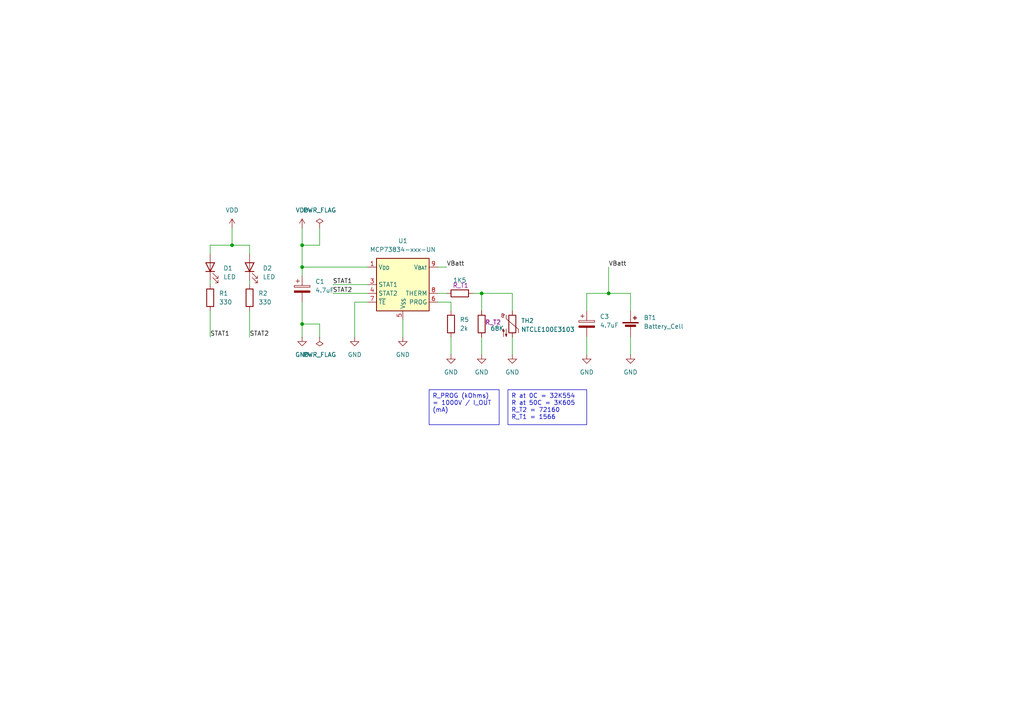
<source format=kicad_sch>
(kicad_sch (version 20250114) (generator "eeschema") (generator_version "9.0")
  (paper "A4")
  (title_block (title "MCP73834 Test") (date "2024-08-15") (rev "v1"))
  (lib_symbols
    (symbol "Components:MCP73834-xxx-UN"
      (property "Reference" "U" (at -6.35 8.89 0))
      (property "Value" "MCP73834-xxx-UN" (at 10.16 8.89 0))
      (symbol "MCP73834-xxx-UN_1_1"
        (rectangle (start -7.62 7.62) (end 7.62 -7.62) (stroke (width 0.254)) (fill (type background)))
        (pin power_in line (at -10.16 5.08 0) (length 2.54) (name "V_{DD}") (number "1"))
        (pin passive line (at -10.16 5.08 0) (length 2.54) (hide yes) (name "V_{DD}") (number "2"))
        (pin open_collector line (at -10.16 0 0) (length 2.54) (name "STAT1") (number "3"))
        (pin open_collector line (at -10.16 -2.54 0) (length 2.54) (name "STAT2") (number "4"))
        (pin input line (at -10.16 -5.08 0) (length 2.54) (name "~{TE}") (number "7"))
        (pin power_in line (at 0 -10.16 90) (length 2.54) (name "V_{SS}") (number "5"))
        (pin passive line (at 10.16 5.08 180) (length 2.54) (hide yes) (name "V_{BAT}") (number "10"))
        (pin power_out line (at 10.16 5.08 180) (length 2.54) (name "V_{BAT}") (number "9"))
        (pin passive line (at 10.16 -2.54 180) (length 2.54) (name "THERM") (number "8"))
        (pin input line (at 10.16 -5.08 180) (length 2.54) (name "PROG") (number "6"))
      )
    )
    (symbol "Device:Battery_Cell" (pin_numbers (hide yes)) (pin_names (offset 0) (hide yes))
      (property "Reference" "BT" (at 2.54 2.54 0))
      (property "Value" "Battery_Cell" (at 2.54 0 0))
      (symbol "Battery_Cell_0_1"
        (rectangle (start -2.286 1.778) (end 2.286 1.524) (fill (type outline)))
        (rectangle (start -1.524 1.016) (end 1.524 0.508) (fill (type outline)))
        (polyline (pts (xy 0 1.778) (xy 0 2.54)))
        (polyline (pts (xy 0 0.762) (xy 0 0)))
        (polyline (pts (xy 0.762 3.048) (xy 1.778 3.048)) (stroke (width 0.254)))
        (polyline (pts (xy 1.27 3.556) (xy 1.27 2.54)) (stroke (width 0.254)))
      )
      (symbol "Battery_Cell_1_1"
        (pin passive line (at 0 5.08 270) (length 2.54) (name "+") (number "1"))
        (pin passive line (at 0 -2.54 90) (length 2.54) (name "-") (number "2"))
      )
    )
    (symbol "Device:C_Polarized" (pin_numbers (hide yes)) (pin_names (offset 0.254))
      (property "Reference" "C" (at 0.635 2.54 0))
      (property "Value" "C_Polarized" (at 0.635 -2.54 0))
      (symbol "C_Polarized_0_1"
        (rectangle (start -2.286 0.508) (end 2.286 1.016))
        (polyline (pts (xy -1.778 2.286) (xy -0.762 2.286)))
        (polyline (pts (xy -1.27 2.794) (xy -1.27 1.778)))
        (rectangle (start 2.286 -0.508) (end -2.286 -1.016) (fill (type outline)))
      )
      (symbol "C_Polarized_1_1"
        (pin passive line (at 0 3.81 270) (length 2.794) (name "~") (number "1"))
        (pin passive line (at 0 -3.81 90) (length 2.794) (name "~") (number "2"))
      )
    )
    (symbol "Device:LED" (pin_numbers (hide yes)) (pin_names (offset 1.016) (hide yes))
      (property "Reference" "D" (at 0 2.54 0))
      (property "Value" "LED" (at 0 -2.54 0))
      (symbol "LED_0_1"
        (polyline (pts (xy -3.048 -0.762) (xy -4.572 -2.286) (xy -3.81 -2.286) (xy -4.572 -2.286) (xy -4.572 -1.524)))
        (polyline (pts (xy -1.778 -0.762) (xy -3.302 -2.286) (xy -2.54 -2.286) (xy -3.302 -2.286) (xy -3.302 -1.524)))
        (polyline (pts (xy -1.27 0) (xy 1.27 0)))
        (polyline (pts (xy -1.27 -1.27) (xy -1.27 1.27)) (stroke (width 0.254)))
        (polyline (pts (xy 1.27 -1.27) (xy 1.27 1.27) (xy -1.27 0) (xy 1.27 -1.27)) (stroke (width 0.254)))
      )
      (symbol "LED_1_1"
        (pin passive line (at -3.81 0 0) (length 2.54) (name "K") (number "1"))
        (pin passive line (at 3.81 0 180) (length 2.54) (name "A") (number "2"))
      )
    )
    (symbol "Device:R" (pin_numbers (hide yes)) (pin_names (offset 0))
      (property "Reference" "R" (at 2.032 0 90))
      (property "Value" "R" (at 0 0 90))
      (symbol "R_0_1"
        (rectangle (start -1.016 -2.54) (end 1.016 2.54) (stroke (width 0.254)))
      )
      (symbol "R_1_1"
        (pin passive line (at 0 3.81 270) (length 1.27) (name "~") (number "1"))
        (pin passive line (at 0 -3.81 90) (length 1.27) (name "~") (number "2"))
      )
    )
    (symbol "Device:Thermistor_NTC" (pin_numbers (hide yes)) (pin_names (offset 0))
      (property "Reference" "TH" (at -4.445 0 90))
      (property "Value" "Thermistor_NTC" (at 3.175 0 90))
      (symbol "Thermistor_NTC_0_1"
        (arc (start -3.175 2.413) (mid -3.0506 2.3165) (end -3.048 2.159))
        (arc (start -3.048 2.794) (mid -2.9736 2.9736) (end -2.794 3.048))
        (arc (start -2.794 3.048) (mid -2.6144 2.9736) (end -2.54 2.794))
        (arc (start -2.794 2.54) (mid -2.9736 2.6144) (end -3.048 2.794))
        (arc (start -2.794 1.905) (mid -2.9736 1.9794) (end -3.048 2.159))
        (arc (start -2.54 2.159) (mid -2.6144 1.9794) (end -2.794 1.905))
        (arc (start -2.159 2.794) (mid -2.434 2.5608) (end -2.794 2.54))
        (polyline (pts (xy -2.54 2.159) (xy -2.54 2.794)))
        (polyline (pts (xy -2.54 -3.683) (xy -2.54 -1.397) (xy -2.794 -2.159) (xy -2.286 -2.159) (xy -2.54 -1.397) (xy -2.54 -1.651)) (fill (type outline)))
        (polyline (pts (xy -1.778 2.54) (xy -1.778 1.524) (xy 1.778 -1.524) (xy 1.778 -2.54)))
        (polyline (pts (xy -1.778 -1.397) (xy -1.778 -3.683) (xy -2.032 -2.921) (xy -1.524 -2.921) (xy -1.778 -3.683) (xy -1.778 -3.429)) (fill (type outline)))
        (rectangle (start -1.016 2.54) (end 1.016 -2.54) (stroke (width 0.254)))
      )
      (symbol "Thermistor_NTC_1_1"
        (pin passive line (at 0 3.81 270) (length 1.27) (name "~") (number "1"))
        (pin passive line (at 0 -3.81 90) (length 1.27) (name "~") (number "2"))
      )
    )
    (symbol "power:GND" (power) (pin_numbers (hide yes)) (pin_names (offset 0) (hide yes))
      (property "Value" "GND" (at 0 -3.81 0))
      (symbol "GND_0_1"
        (polyline (pts (xy 0 0) (xy 0 -1.27) (xy 1.27 -1.27) (xy 0 -2.54) (xy -1.27 -1.27) (xy 0 -1.27)))
      )
      (symbol "GND_1_1"
        (pin power_in line (at 0 0 270) (length 0) (name "~") (number "1"))
      )
    )
    (symbol "power:PWR_FLAG" (power) (pin_numbers (hide yes)) (pin_names (offset 0) (hide yes))
      (property "Value" "PWR_FLAG" (at 0 3.81 0))
      (symbol "PWR_FLAG_0_0"
        (pin power_out line (at 0 0 90) (length 0) (name "~") (number "1"))
      )
      (symbol "PWR_FLAG_0_1"
        (polyline (pts (xy 0 0) (xy 0 1.27) (xy -1.016 1.905) (xy 0 2.54) (xy 1.016 1.905) (xy 0 1.27)))
      )
    )
    (symbol "power:VDD" (power) (pin_numbers (hide yes)) (pin_names (offset 0) (hide yes))
      (property "Value" "VDD" (at 0 3.556 0))
      (symbol "VDD_0_1"
        (polyline (pts (xy -0.762 1.27) (xy 0 2.54)))
        (polyline (pts (xy 0 2.54) (xy 0.762 1.27)))
        (polyline (pts (xy 0 0) (xy 0 2.54)))
      )
      (symbol "VDD_1_1"
        (pin power_in line (at 0 0 90) (length 0) (name "~") (number "1"))
      )
    )
  )
  (text_box "R_PROG (kOhms) = 1000V / I_OUT (mA)" (at 124.46 113.03 0) (size 20.32 10.16) (margins 0.9525 0.9525 0.9525 0.9525) (effects (font (size 1.27 1.27)) (justify left top)))
  (text_box "R at 0C = 32K554\nR at 50C = 3K605\nR_T2 = 72160\nR_T1 = 1566" (at 147.32 113.03 0) (size 22.86 10.16) (margins 0.9525 0.9525 0.9525 0.9525) (effects (font (size 1.27 1.27)) (justify left top)))
  (junction (at 87.63 77.47))
  (junction (at 67.31 71.12))
  (junction (at 87.63 93.98))
  (junction (at 139.7 85.09))
  (junction (at 87.63 71.12))
  (junction (at 176.53 85.09))
  (wire (pts (xy 176.53 77.47) (xy 176.53 85.09)))
  (wire (pts (xy 87.63 87.63) (xy 87.63 93.98)))
  (wire (pts (xy 170.18 85.09) (xy 176.53 85.09)))
  (wire (pts (xy 139.7 97.79) (xy 139.7 102.87)))
  (wire (pts (xy 148.59 97.79) (xy 148.59 102.87)))
  (wire (pts (xy 127 77.47) (xy 129.54 77.47)))
  (wire (pts (xy 60.96 90.17) (xy 60.96 97.79)))
  (wire (pts (xy 170.18 85.09) (xy 170.18 90.17)))
  (wire (pts (xy 116.84 92.71) (xy 116.84 97.79)))
  (wire (pts (xy 92.71 97.79) (xy 92.71 93.98)))
  (wire (pts (xy 148.59 85.09) (xy 148.59 90.17)))
  (wire (pts (xy 102.87 97.79) (xy 102.87 87.63)))
  (wire (pts (xy 170.18 97.79) (xy 170.18 102.87)))
  (wire (pts (xy 127 85.09) (xy 129.54 85.09)))
  (wire (pts (xy 67.31 71.12) (xy 72.39 71.12)))
  (wire (pts (xy 130.81 87.63) (xy 127 87.63)))
  (wire (pts (xy 139.7 85.09) (xy 148.59 85.09)))
  (wire (pts (xy 139.7 85.09) (xy 139.7 90.17)))
  (wire (pts (xy 87.63 93.98) (xy 87.63 97.79)))
  (wire (pts (xy 92.71 66.04) (xy 92.71 71.12)))
  (wire (pts (xy 176.53 85.09) (xy 182.88 85.09)))
  (wire (pts (xy 182.88 97.79) (xy 182.88 102.87)))
  (wire (pts (xy 87.63 71.12) (xy 87.63 77.47)))
  (wire (pts (xy 72.39 81.28) (xy 72.39 82.55)))
  (wire (pts (xy 92.71 93.98) (xy 87.63 93.98)))
  (wire (pts (xy 67.31 71.12) (xy 60.96 71.12)))
  (wire (pts (xy 60.96 71.12) (xy 60.96 73.66)))
  (wire (pts (xy 60.96 81.28) (xy 60.96 82.55)))
  (wire (pts (xy 137.16 85.09) (xy 139.7 85.09)))
  (wire (pts (xy 87.63 66.04) (xy 87.63 71.12)))
  (wire (pts (xy 130.81 90.17) (xy 130.81 87.63)))
  (wire (pts (xy 96.52 85.09) (xy 106.68 85.09)))
  (wire (pts (xy 102.87 87.63) (xy 106.68 87.63)))
  (wire (pts (xy 67.31 66.04) (xy 67.31 71.12)))
  (wire (pts (xy 130.81 97.79) (xy 130.81 102.87)))
  (wire (pts (xy 92.71 71.12) (xy 87.63 71.12)))
  (wire (pts (xy 96.52 82.55) (xy 106.68 82.55)))
  (wire (pts (xy 72.39 90.17) (xy 72.39 97.79)))
  (wire (pts (xy 87.63 77.47) (xy 106.68 77.47)))
  (wire (pts (xy 87.63 77.47) (xy 87.63 80.01)))
  (wire (pts (xy 182.88 85.09) (xy 182.88 90.17)))
  (wire (pts (xy 72.39 71.12) (xy 72.39 73.66)))
  (label "STAT2" (at 72.39 97.79 0))
  (label "VBatt" (at 129.54 77.47 0))
  (label "VBatt" (at 176.53 77.47 0))
  (label "STAT1" (at 96.52 82.55 0))
  (label "STAT2" (at 96.52 85.09 0))
  (label "STAT1" (at 60.96 97.79 0))
  (symbol (lib_id "Device:R") (at 133.35 85.09 90) (unit 1)
    (property "Reference" "R3" (effects (hide yes)))
    (property "Value" "1K5" (at 133.35 81.28 90))
    (property "Description" "R_T1" (at 133.604 82.804 90))
  )
  (symbol (lib_id "Components:MCP73834-xxx-UN") (at 116.84 82.55 0) (unit 1)
    (property "Reference" "U1" (at 116.84 69.85 0))
    (property "Value" "MCP73834-xxx-UN" (at 116.84 72.39 0))
    (property "Footprint" "Package_SO:MSOP-10_3x3mm_P0.5mm" (effects (hide yes)))
    (property "Datasheet" "https://ww1.microchip.com/downloads/aemDocuments/documents/OTH/ProductDocuments/DataSheets/22005b.pdf" (effects (hide yes)))
    (property "Description" "Stand-Alone Linear Li-Ion / Li-Polymer Charge Management Controller, MSOP-10" (effects (hide yes)))
  )
  (symbol (lib_id "power:GND") (at 170.18 102.87 0) (unit 1)
    (property "Reference" "#PWR03" (effects (hide yes)))
    (property "Value" "GND" (at 170.18 107.95 0))
    (property "Description" "Power symbol creates a global label with name \"GND\" , ground" (effects (hide yes)))
  )
  (symbol (lib_id "power:GND") (at 102.87 97.79 0) (unit 1)
    (property "Reference" "#PWR07" (effects (hide yes)))
    (property "Value" "GND" (at 102.87 102.87 0))
    (property "Description" "Power symbol creates a global label with name \"GND\" , ground" (effects (hide yes)))
  )
  (symbol (lib_id "power:GND") (at 148.59 102.87 0) (unit 1)
    (property "Reference" "#PWR09" (effects (hide yes)))
    (property "Value" "GND" (at 148.59 107.95 0))
    (property "Description" "Power symbol creates a global label with name \"GND\" , ground" (effects (hide yes)))
  )
  (symbol (lib_id "Device:LED") (at 60.96 77.47 90) (unit 1)
    (property "Reference" "D1" (at 64.77 77.7874 90) (effects (justify right)))
    (property "Value" "LED" (at 64.77 80.3274 90) (effects (justify right)))
    (property "Description" "Light emitting diode" (effects (hide yes)))
  )
  (symbol (lib_id "power:VDD") (at 87.63 66.04 0) (unit 1)
    (property "Reference" "#PWR01" (effects (hide yes)))
    (property "Value" "VDD" (at 87.63 60.96 0))
    (property "Description" "Power symbol creates a global label with name \"VDD\"" (effects (hide yes)))
  )
  (symbol (lib_id "power:GND") (at 87.63 97.79 0) (unit 1)
    (property "Reference" "#PWR02" (effects (hide yes)))
    (property "Value" "GND" (at 87.63 102.87 0))
    (property "Description" "Power symbol creates a global label with name \"GND\" , ground" (effects (hide yes)))
  )
  (symbol (lib_id "Device:C_Polarized") (at 170.18 93.98 0) (unit 1)
    (property "Reference" "C3" (at 173.99 91.8209 0) (effects (justify left)))
    (property "Value" "4.7uF" (at 173.99 94.3609 0) (effects (justify left)))
    (property "Description" "Polarized capacitor" (effects (hide yes)))
  )
  (symbol (lib_id "power:GND") (at 139.7 102.87 0) (unit 1)
    (property "Reference" "#PWR08" (effects (hide yes)))
    (property "Value" "GND" (at 139.7 107.95 0))
    (property "Description" "Power symbol creates a global label with name \"GND\" , ground" (effects (hide yes)))
  )
  (symbol (lib_id "Device:R") (at 60.96 86.36 0) (unit 1)
    (property "Reference" "R1" (at 63.5 85.0899 0) (effects (justify left)))
    (property "Value" "330" (at 63.5 87.6299 0) (effects (justify left)))
    (property "Description" "Resistor" (effects (hide yes)))
  )
  (symbol (lib_id "Device:Battery_Cell") (at 182.88 95.25 0) (unit 1)
    (property "Reference" "BT1" (at 186.69 92.1384 0) (effects (justify left)))
    (property "Value" "Battery_Cell" (at 186.69 94.6784 0) (effects (justify left)))
    (property "Description" "Single-cell battery" (effects (hide yes)))
  )
  (symbol (lib_id "Device:R") (at 72.39 86.36 0) (unit 1)
    (property "Reference" "R2" (at 74.93 85.0899 0) (effects (justify left)))
    (property "Value" "330" (at 74.93 87.6299 0) (effects (justify left)))
    (property "Description" "Resistor" (effects (hide yes)))
  )
  (symbol (lib_id "Device:R") (at 139.7 93.98 180) (unit 1)
    (property "Reference" "R4" (effects (hide yes)))
    (property "Value" "68K" (at 142.24 95.2499 0) (effects (justify right)))
    (property "Description" "R_T2" (at 143.002 93.472 0))
  )
  (symbol (lib_id "power:GND") (at 182.88 102.87 0) (unit 1)
    (property "Reference" "#PWR04" (effects (hide yes)))
    (property "Value" "GND" (at 182.88 107.95 0))
    (property "Description" "Power symbol creates a global label with name \"GND\" , ground" (effects (hide yes)))
  )
  (symbol (lib_id "Device:C_Polarized") (at 87.63 83.82 0) (unit 1)
    (property "Reference" "C1" (at 91.44 81.6609 0) (effects (justify left)))
    (property "Value" "4.7uF" (at 91.44 84.2009 0) (effects (justify left)))
    (property "Description" "Polarized capacitor" (effects (hide yes)))
  )
  (symbol (lib_id "Device:R") (at 130.81 93.98 180) (unit 1)
    (property "Reference" "R5" (at 133.35 92.7099 0) (effects (justify right)))
    (property "Value" "2k" (at 133.35 95.2499 0) (effects (justify right)))
    (property "Description" "Resistor" (effects (hide yes)))
  )
  (symbol (lib_id "Device:LED") (at 72.39 77.47 90) (unit 1)
    (property "Reference" "D2" (at 76.2 77.7874 90) (effects (justify right)))
    (property "Value" "LED" (at 76.2 80.3274 90) (effects (justify right)))
    (property "Description" "Light emitting diode" (effects (hide yes)))
  )
  (symbol (lib_id "power:PWR_FLAG") (at 92.71 97.79 180) (unit 1)
    (property "Reference" "#FLG02" (effects (hide yes)))
    (property "Value" "PWR_FLAG" (at 92.71 102.87 0))
    (property "Description" "Special symbol for telling ERC where power comes from" (effects (hide yes)))
  )
  (symbol (lib_id "power:VDD") (at 67.31 66.04 0) (unit 1)
    (property "Reference" "#PWR06" (effects (hide yes)))
    (property "Value" "VDD" (at 67.31 60.96 0))
    (property "Description" "Power symbol creates a global label with name \"VDD\"" (effects (hide yes)))
  )
  (symbol (lib_id "Device:Thermistor_NTC") (at 148.59 93.98 0) (unit 1)
    (property "Reference" "TH2" (at 151.13 93.0274 0) (effects (justify left)))
    (property "Value" "NTCLE100E3103" (at 151.13 95.5674 0) (effects (justify left)))
    (property "Description" "10K 3977 NTC Thermistor" (effects (hide yes)))
  )
  (symbol (lib_id "power:PWR_FLAG") (at 92.71 66.04 0) (unit 1)
    (property "Reference" "#FLG01" (effects (hide yes)))
    (property "Value" "PWR_FLAG" (at 92.71 60.96 0))
    (property "Description" "Special symbol for telling ERC where power comes from" (effects (hide yes)))
  )
  (symbol (lib_id "power:GND") (at 130.81 102.87 0) (unit 1)
    (property "Reference" "#PWR010" (effects (hide yes)))
    (property "Value" "GND" (at 130.81 107.95 0))
    (property "Description" "Power symbol creates a global label with name \"GND\" , ground" (effects (hide yes)))
  )
  (symbol (lib_id "power:GND") (at 116.84 97.79 0) (unit 1)
    (property "Reference" "#PWR05" (effects (hide yes)))
    (property "Value" "GND" (at 116.84 102.87 0))
    (property "Description" "Power symbol creates a global label with name \"GND\" , ground" (effects (hide yes)))
  )
)
</source>
